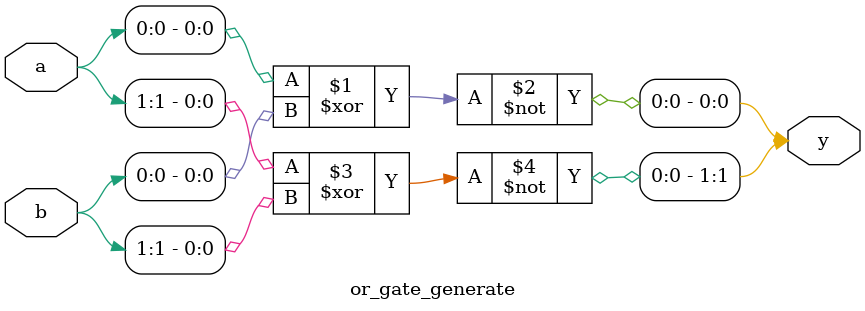
<source format=v>
 module or_gate_generate (
       input wire [1:0] a, 
       input wire [1:0] b, 
       output wire [1:0] y 
   );
       genvar i;
       generate
           for (i = 0; i < 2; i = i + 1) begin : or_gen
               assign y[i] = ~(a[i] ^ b[i]);
           end
       endgenerate
   endmodule
</source>
